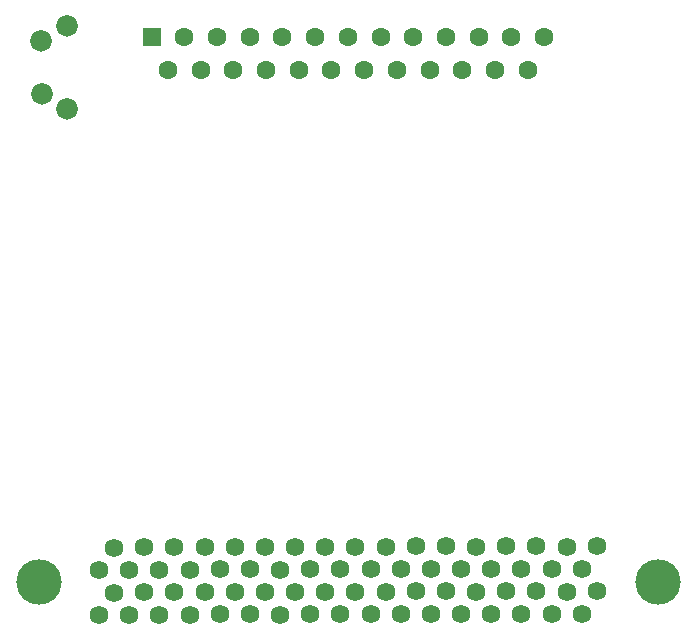
<source format=gbr>
%TF.GenerationSoftware,KiCad,Pcbnew,(6.0.2)*%
%TF.CreationDate,2022-05-20T20:38:17-05:00*%
%TF.ProjectId,REF1326_Optimized,52454631-3332-4365-9f4f-7074696d697a,rev?*%
%TF.SameCoordinates,Original*%
%TF.FileFunction,Soldermask,Bot*%
%TF.FilePolarity,Negative*%
%FSLAX46Y46*%
G04 Gerber Fmt 4.6, Leading zero omitted, Abs format (unit mm)*
G04 Created by KiCad (PCBNEW (6.0.2)) date 2022-05-20 20:38:17*
%MOMM*%
%LPD*%
G01*
G04 APERTURE LIST*
%ADD10R,1.600000X1.600000*%
%ADD11C,1.600000*%
%ADD12C,1.830000*%
%ADD13C,1.590000*%
%ADD14C,3.850000*%
G04 APERTURE END LIST*
D10*
%TO.C,Z2*%
X127696000Y-75323000D03*
D11*
X130466000Y-75323000D03*
X133236000Y-75323000D03*
X136006000Y-75323000D03*
X138776000Y-75323000D03*
X141546000Y-75323000D03*
X144316000Y-75323000D03*
X147086000Y-75323000D03*
X149856000Y-75323000D03*
X152626000Y-75323000D03*
X155396000Y-75323000D03*
X158166000Y-75323000D03*
X160936000Y-75323000D03*
X129081000Y-78163000D03*
X131851000Y-78163000D03*
X134621000Y-78163000D03*
X137391000Y-78163000D03*
X140161000Y-78163000D03*
X142931000Y-78163000D03*
X145701000Y-78163000D03*
X148471000Y-78163000D03*
X151241000Y-78163000D03*
X154011000Y-78163000D03*
X156781000Y-78163000D03*
X159551000Y-78163000D03*
%TD*%
D12*
%TO.C,Z1*%
X120549000Y-81397000D03*
X118406000Y-80124000D03*
X118366000Y-75673000D03*
X120549000Y-74367000D03*
%TD*%
D13*
%TO.C,Z3*%
X124555000Y-118591000D03*
X127091000Y-118550000D03*
X129634300Y-118550000D03*
X132213000Y-118549000D03*
X134751000Y-118510300D03*
X137291000Y-118510300D03*
X139873700Y-118550000D03*
X142410000Y-118511000D03*
X144953000Y-118512000D03*
X147530000Y-118507000D03*
X150070000Y-118470000D03*
X152614000Y-118471000D03*
X155193100Y-118508000D03*
X157732000Y-118470000D03*
X160272000Y-118469000D03*
X162851000Y-118511000D03*
X165392800Y-118470600D03*
X164122800Y-120375600D03*
X161582000Y-120415000D03*
X159003100Y-120375600D03*
X156463100Y-120375600D03*
X153921000Y-120416000D03*
X151341000Y-120375000D03*
X148805000Y-120376000D03*
X146263400Y-120415300D03*
X143683700Y-120415300D03*
X141143700Y-120411000D03*
X138603000Y-120454000D03*
X136021000Y-120415000D03*
X133484000Y-120414000D03*
X130943000Y-120452000D03*
X128362000Y-120455000D03*
X125821000Y-120454000D03*
X123284300Y-120494600D03*
X124554300Y-122399600D03*
X127094300Y-122360000D03*
X129633000Y-122360000D03*
X132215000Y-122361000D03*
X134754000Y-122317000D03*
X137294000Y-122320300D03*
X139873700Y-122360000D03*
X142412000Y-122320000D03*
X144954000Y-122318000D03*
X147530000Y-122318000D03*
X150073400Y-122280600D03*
X152613000Y-122278000D03*
X155194000Y-122318000D03*
X157730000Y-122281000D03*
X160271000Y-122281000D03*
X162852000Y-122317000D03*
X165392800Y-122280600D03*
X164122800Y-124185600D03*
X161580000Y-124226000D03*
X159002000Y-124183000D03*
X156463100Y-124185600D03*
X153924000Y-124224000D03*
X151342000Y-124185000D03*
X148803400Y-124185600D03*
X146264000Y-124223000D03*
X143683000Y-124222000D03*
X141144000Y-124224000D03*
X138605000Y-124265000D03*
X136022000Y-124224000D03*
X133483000Y-124224000D03*
X130944000Y-124265000D03*
X128361000Y-124264000D03*
X125824000Y-124263000D03*
X123283000Y-124304600D03*
D14*
X118197000Y-121483000D03*
X170552000Y-121485000D03*
%TD*%
M02*

</source>
